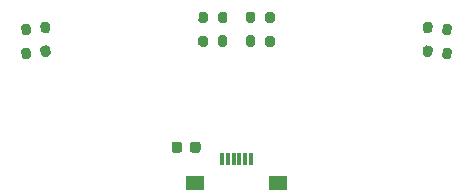
<source format=gts>
G04 #@! TF.GenerationSoftware,KiCad,Pcbnew,(5.1.10)-1*
G04 #@! TF.CreationDate,2022-02-06T13:52:41+09:00*
G04 #@! TF.ProjectId,FrontSensor,46726f6e-7453-4656-9e73-6f722e6b6963,rev?*
G04 #@! TF.SameCoordinates,Original*
G04 #@! TF.FileFunction,Soldermask,Top*
G04 #@! TF.FilePolarity,Negative*
%FSLAX46Y46*%
G04 Gerber Fmt 4.6, Leading zero omitted, Abs format (unit mm)*
G04 Created by KiCad (PCBNEW (5.1.10)-1) date 2022-02-06 13:52:41*
%MOMM*%
%LPD*%
G01*
G04 APERTURE LIST*
%ADD10R,0.300000X1.000000*%
%ADD11R,1.650000X1.300000*%
G04 APERTURE END LIST*
G36*
G01*
X-4600000Y141250000D02*
X-4600000Y140750000D01*
G75*
G02*
X-4825000Y140525000I-225000J0D01*
G01*
X-5275000Y140525000D01*
G75*
G02*
X-5500000Y140750000I0J225000D01*
G01*
X-5500000Y141250000D01*
G75*
G02*
X-5275000Y141475000I225000J0D01*
G01*
X-4825000Y141475000D01*
G75*
G02*
X-4600000Y141250000I0J-225000D01*
G01*
G37*
G36*
G01*
X-3050000Y141250000D02*
X-3050000Y140750000D01*
G75*
G02*
X-3275000Y140525000I-225000J0D01*
G01*
X-3725000Y140525000D01*
G75*
G02*
X-3950000Y140750000I0J225000D01*
G01*
X-3950000Y141250000D01*
G75*
G02*
X-3725000Y141475000I225000J0D01*
G01*
X-3275000Y141475000D01*
G75*
G02*
X-3050000Y141250000I0J-225000D01*
G01*
G37*
D10*
X1250000Y140000000D03*
X750000Y140000000D03*
X250000Y140000000D03*
X-250000Y140000000D03*
X-750000Y140000000D03*
X-1250000Y140000000D03*
D11*
X3525000Y138000000D03*
X-3525000Y138000000D03*
G36*
G01*
X-16546600Y148808879D02*
X-16608862Y149355344D01*
G75*
G02*
X-16432789Y149576699I198714J22641D01*
G01*
X-16035361Y149621980D01*
G75*
G02*
X-15814006Y149445907I22641J-198714D01*
G01*
X-15751744Y148899442D01*
G75*
G02*
X-15927817Y148678087I-198714J-22641D01*
G01*
X-16325245Y148632806D01*
G75*
G02*
X-16546600Y148808879I-22641J198714D01*
G01*
G37*
G36*
G01*
X-18185994Y148622093D02*
X-18248256Y149168558D01*
G75*
G02*
X-18072183Y149389913I198714J22641D01*
G01*
X-17674755Y149435194D01*
G75*
G02*
X-17453400Y149259121I22641J-198714D01*
G01*
X-17391138Y148712656D01*
G75*
G02*
X-17567211Y148491301I-198714J-22641D01*
G01*
X-17964639Y148446020D01*
G75*
G02*
X-18185994Y148622093I-22641J198714D01*
G01*
G37*
G36*
G01*
X-2428328Y150256787D02*
X-2421608Y149706828D01*
G75*
G02*
X-2619150Y149504400I-199985J-2443D01*
G01*
X-3019120Y149499513D01*
G75*
G02*
X-3221548Y149697055I-2443J199985D01*
G01*
X-3228268Y150247014D01*
G75*
G02*
X-3030726Y150449442I199985J2443D01*
G01*
X-2630756Y150454329D01*
G75*
G02*
X-2428328Y150256787I2443J-199985D01*
G01*
G37*
G36*
G01*
X-778452Y150276945D02*
X-771732Y149726986D01*
G75*
G02*
X-969274Y149524558I-199985J-2443D01*
G01*
X-1369244Y149519671D01*
G75*
G02*
X-1571672Y149717213I-2443J199985D01*
G01*
X-1578392Y150267172D01*
G75*
G02*
X-1380850Y150469600I199985J2443D01*
G01*
X-980880Y150474487D01*
G75*
G02*
X-778452Y150276945I2443J-199985D01*
G01*
G37*
G36*
G01*
X771279Y149729130D02*
X778958Y150279077D01*
G75*
G02*
X981731Y150476266I199981J-2792D01*
G01*
X1381692Y150470681D01*
G75*
G02*
X1578881Y150267908I-2792J-199981D01*
G01*
X1571202Y149717961D01*
G75*
G02*
X1368429Y149520772I-199981J2792D01*
G01*
X968468Y149526357D01*
G75*
G02*
X771279Y149729130I2792J199981D01*
G01*
G37*
G36*
G01*
X2421119Y149706092D02*
X2428798Y150256039D01*
G75*
G02*
X2631571Y150453228I199981J-2792D01*
G01*
X3031532Y150447643D01*
G75*
G02*
X3228721Y150244870I-2792J-199981D01*
G01*
X3221042Y149694923D01*
G75*
G02*
X3018269Y149497734I-199981J2792D01*
G01*
X2618308Y149503319D01*
G75*
G02*
X2421119Y149706092I2792J199981D01*
G01*
G37*
G36*
G01*
X16609424Y149356026D02*
X16546209Y148809671D01*
G75*
G02*
X16324547Y148633983I-198675J22987D01*
G01*
X15927198Y148679958D01*
G75*
G02*
X15751510Y148901620I22987J198675D01*
G01*
X15814725Y149447975D01*
G75*
G02*
X16036387Y149623663I198675J-22987D01*
G01*
X16433736Y149577688D01*
G75*
G02*
X16609424Y149356026I-22987J-198675D01*
G01*
G37*
G36*
G01*
X18248490Y149166380D02*
X18185275Y148620025D01*
G75*
G02*
X17963613Y148444337I-198675J22987D01*
G01*
X17566264Y148490312D01*
G75*
G02*
X17390576Y148711974I22987J198675D01*
G01*
X17453791Y149258329D01*
G75*
G02*
X17675453Y149434017I198675J-22987D01*
G01*
X18072802Y149388042D01*
G75*
G02*
X18248490Y149166380I-22987J-198675D01*
G01*
G37*
G36*
G01*
X-16546995Y150820088D02*
X-16608303Y151366660D01*
G75*
G02*
X-16431843Y151587708I198754J22294D01*
G01*
X-16034335Y151632296D01*
G75*
G02*
X-15813287Y151455836I22294J-198754D01*
G01*
X-15751979Y150909264D01*
G75*
G02*
X-15928439Y150688216I-198754J-22294D01*
G01*
X-16325947Y150643628D01*
G75*
G02*
X-16546995Y150820088I-22294J198754D01*
G01*
G37*
G36*
G01*
X-18186713Y150636164D02*
X-18248021Y151182736D01*
G75*
G02*
X-18071561Y151403784I198754J22294D01*
G01*
X-17674053Y151448372D01*
G75*
G02*
X-17453005Y151271912I22294J-198754D01*
G01*
X-17391697Y150725340D01*
G75*
G02*
X-17568157Y150504292I-198754J-22294D01*
G01*
X-17965665Y150459704D01*
G75*
G02*
X-18186713Y150636164I-22294J198754D01*
G01*
G37*
G36*
G01*
X-771279Y152244870D02*
X-778958Y151694923D01*
G75*
G02*
X-981731Y151497734I-199981J2792D01*
G01*
X-1381692Y151503319D01*
G75*
G02*
X-1578881Y151706092I2792J199981D01*
G01*
X-1571202Y152256039D01*
G75*
G02*
X-1368429Y152453228I199981J-2792D01*
G01*
X-968468Y152447643D01*
G75*
G02*
X-771279Y152244870I-2792J-199981D01*
G01*
G37*
G36*
G01*
X-2421119Y152267908D02*
X-2428798Y151717961D01*
G75*
G02*
X-2631571Y151520772I-199981J2792D01*
G01*
X-3031532Y151526357D01*
G75*
G02*
X-3228721Y151729130I2792J199981D01*
G01*
X-3221042Y152279077D01*
G75*
G02*
X-3018269Y152476266I199981J-2792D01*
G01*
X-2618308Y152470681D01*
G75*
G02*
X-2421119Y152267908I-2792J-199981D01*
G01*
G37*
G36*
G01*
X2421119Y151706092D02*
X2428798Y152256039D01*
G75*
G02*
X2631571Y152453228I199981J-2792D01*
G01*
X3031532Y152447643D01*
G75*
G02*
X3228721Y152244870I-2792J-199981D01*
G01*
X3221042Y151694923D01*
G75*
G02*
X3018269Y151497734I-199981J2792D01*
G01*
X2618308Y151503319D01*
G75*
G02*
X2421119Y151706092I2792J199981D01*
G01*
G37*
G36*
G01*
X771279Y151729130D02*
X778958Y152279077D01*
G75*
G02*
X981731Y152476266I199981J-2792D01*
G01*
X1381692Y152470681D01*
G75*
G02*
X1578881Y152267908I-2792J-199981D01*
G01*
X1571202Y151717961D01*
G75*
G02*
X1368429Y151520772I-199981J2792D01*
G01*
X968468Y151526357D01*
G75*
G02*
X771279Y151729130I2792J199981D01*
G01*
G37*
G36*
G01*
X18248256Y151180558D02*
X18185994Y150634093D01*
G75*
G02*
X17964639Y150458020I-198714J22641D01*
G01*
X17567211Y150503301D01*
G75*
G02*
X17391138Y150724656I22641J198714D01*
G01*
X17453400Y151271121D01*
G75*
G02*
X17674755Y151447194I198714J-22641D01*
G01*
X18072183Y151401913D01*
G75*
G02*
X18248256Y151180558I-22641J-198714D01*
G01*
G37*
G36*
G01*
X16608862Y151367344D02*
X16546600Y150820879D01*
G75*
G02*
X16325245Y150644806I-198714J22641D01*
G01*
X15927817Y150690087D01*
G75*
G02*
X15751744Y150911442I22641J198714D01*
G01*
X15814006Y151457907D01*
G75*
G02*
X16035361Y151633980I198714J-22641D01*
G01*
X16432789Y151588699D01*
G75*
G02*
X16608862Y151367344I-22641J-198714D01*
G01*
G37*
M02*

</source>
